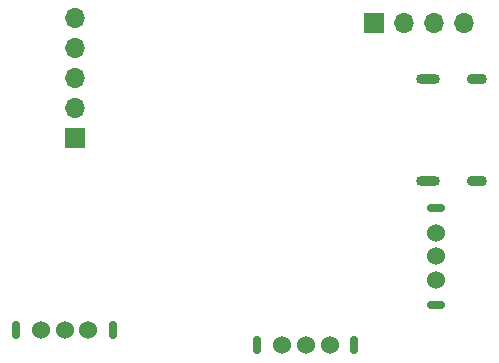
<source format=gbr>
%TF.GenerationSoftware,KiCad,Pcbnew,(6.0.10)*%
%TF.CreationDate,2023-02-27T18:55:57-05:00*%
%TF.ProjectId,ECG_2.0,4543475f-322e-4302-9e6b-696361645f70,rev?*%
%TF.SameCoordinates,Original*%
%TF.FileFunction,Soldermask,Bot*%
%TF.FilePolarity,Negative*%
%FSLAX46Y46*%
G04 Gerber Fmt 4.6, Leading zero omitted, Abs format (unit mm)*
G04 Created by KiCad (PCBNEW (6.0.10)) date 2023-02-27 18:55:57*
%MOMM*%
%LPD*%
G01*
G04 APERTURE LIST*
%ADD10R,1.700000X1.700000*%
%ADD11O,1.700000X1.700000*%
%ADD12O,0.750000X1.550000*%
%ADD13C,1.524000*%
%ADD14O,1.550000X0.750000*%
%ADD15O,2.000000X0.900000*%
%ADD16O,1.700000X0.900000*%
G04 APERTURE END LIST*
D10*
%TO.C,J1*%
X219964000Y-86863000D03*
D11*
X219964000Y-84323000D03*
X219964000Y-81783000D03*
X219964000Y-79243000D03*
X219964000Y-76703000D03*
%TD*%
D12*
%TO.C,U7*%
X235422000Y-104394000D03*
X243622000Y-104394000D03*
D13*
X237522000Y-104394000D03*
X239522000Y-104394000D03*
X241522000Y-104394000D03*
%TD*%
D14*
%TO.C,U5*%
X250577000Y-100976000D03*
X250577000Y-92776000D03*
D13*
X250577000Y-98876000D03*
X250577000Y-96876000D03*
X250577000Y-94876000D03*
%TD*%
D10*
%TO.C,J2*%
X245247000Y-77089000D03*
D11*
X247787000Y-77089000D03*
X250327000Y-77089000D03*
X252867000Y-77089000D03*
%TD*%
D15*
%TO.C,U9*%
X249825500Y-81880000D03*
X249825500Y-90530000D03*
D16*
X253995500Y-90530000D03*
X253995500Y-81880000D03*
%TD*%
D12*
%TO.C,U4*%
X223202000Y-103124000D03*
X215002000Y-103124000D03*
D13*
X217102000Y-103124000D03*
X219102000Y-103124000D03*
X221102000Y-103124000D03*
%TD*%
M02*

</source>
